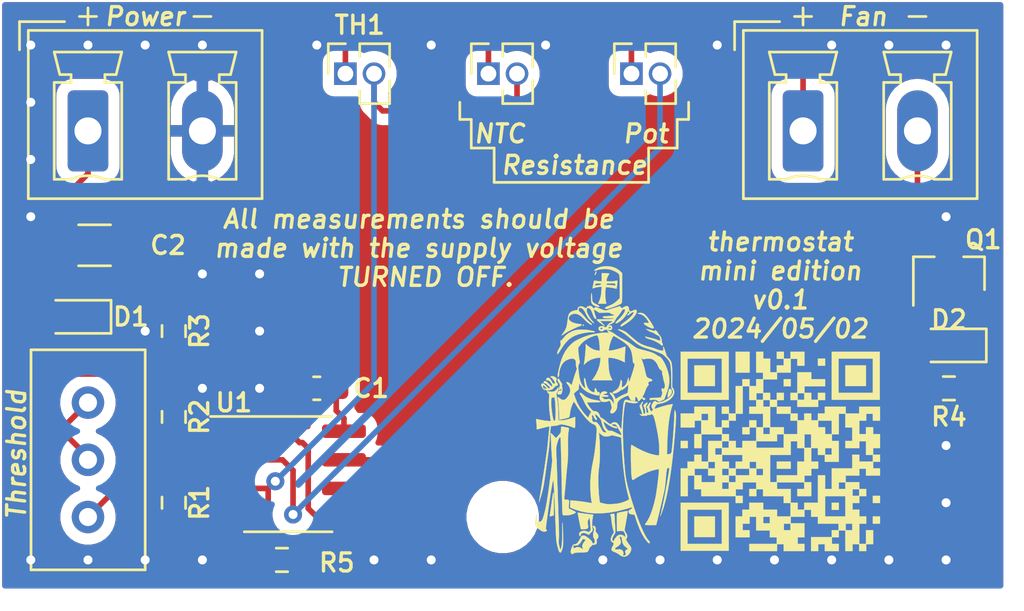
<source format=kicad_pcb>
(kicad_pcb (version 20171130) (host pcbnew "(5.1.12)-1")
  (title_block (title thermostat_mini) (date 2024-05-02) (rev v0.1) (company piro.tex))
  (layers (0 F.Cu signal) (31 B.Cu signal) (34 B.Paste user) (35 F.Paste user) (36 B.SilkS user) (37 F.SilkS user) (38 B.Mask user) (39 F.Mask user) (44 Edge.Cuts user))
  (net 0 "")
  (net 1 GND)
  (net 2 VDD)
  (net 3 "Net-(J2-Pad2)")
  (net 4 "Net-(J3-Pad2)")
  (net 5 "Net-(J4-Pad2)")
  (net 6 "Net-(D1-Pad1)")
  (net 7 "Net-(D2-Pad2)")
  (net 8 "Net-(D2-Pad1)")
  (net 9 "Net-(R5-Pad2)")
  (module mine:knight_10x13mm (layer F.Cu) (at 132.207 84.836)
    (fp_text reference G*** hide)
    (fp_text value LOGO hide)
  )
  (module mine:qr_code (layer F.Cu) (at 139.954 86.614)
    (fp_text reference G*** hide)
    (fp_text value LOGO hide)
  )
  (module MountingHole:MountingHole_2.2mm_M2 (layer F.Cu) (at 127.635 89.535)
    (fp_text reference REF** hide)
    (fp_text value MountingHole_2.2mm_M2)
    (pad 1 np_thru_hole circle (at 0 0) (size 2.2 2.2) (drill 2.2) (layers *.Cu *.Mask))
  )
  (module Resistor_SMD:R_0603_1608Metric_Pad0.98x0.95mm_HandSolder (layer F.Cu) (at 147.447 83.82)
    (fp_text reference R4 (at 0 1.27) (layer F.SilkS) (effects (font (size 0.8 0.8))))
    (fp_text value 1k)
    (pad 1 smd roundrect (at -0.9125 0) (size 0.975 0.95) (layers F.Cu F.Paste F.Mask) (net 1 GND))
    (pad 2 smd roundrect (at 0.9125 0) (size 0.975 0.95) (layers F.Cu F.Paste F.Mask) (net 8 "Net-(D2-Pad1)"))
  )
  (module Resistor_SMD:R_0603_1608Metric_Pad0.98x0.95mm_HandSolder (layer F.Cu) (at 113.03 81.28 270)
    (fp_text reference R3 (at 0 -1.143 90) (layer F.SilkS) (effects (font (size 0.8 0.8))))
    (fp_text value 1k)
    (pad 1 smd roundrect (at -0.9125 0 270) (size 0.975 0.95) (layers F.Cu F.Paste F.Mask) (net 1 GND))
    (pad 2 smd roundrect (at 0.9125 0 270) (size 0.975 0.95) (layers F.Cu F.Paste F.Mask) (net 6 "Net-(D1-Pad1)"))
  )
  (module LED_SMD:LED_0603_1608Metric_Pad1.05x0.95mm_HandSolder (layer F.Cu) (at 147.447 81.915 180)
    (fp_text reference D2 (at 0 1.143) (layer F.SilkS) (effects (font (size 0.8 0.8))))
    (fp_text value LED)
    (pad 1 smd roundrect (at -0.875 0 180) (size 1.05 0.95) (layers F.Cu F.Paste F.Mask) (net 8 "Net-(D2-Pad1)"))
    (pad 2 smd roundrect (at 0.875 0 180) (size 1.05 0.95) (layers F.Cu F.Paste F.Mask) (net 7 "Net-(D2-Pad2)"))
  )
  (module LED_SMD:LED_0603_1608Metric_Pad1.05x0.95mm_HandSolder (layer F.Cu) (at 108.585 80.645 180)
    (fp_text reference D1 (at -2.54 0) (layer F.SilkS) (effects (font (size 0.8 0.8))))
    (fp_text value LED)
    (pad 1 smd roundrect (at -0.875 0 180) (size 1.05 0.95) (layers F.Cu F.Paste F.Mask) (net 6 "Net-(D1-Pad1)"))
    (pad 2 smd roundrect (at 0.875 0 180) (size 1.05 0.95) (layers F.Cu F.Paste F.Mask) (net 2 VDD))
  )
  (module Package_SO:SOIC-8_3.9x4.9mm_P1.27mm (layer F.Cu) (at 118.11 87.63)
    (fp_text reference U1 (at -2.413 -3.175) (layer F.SilkS) (effects (font (size 0.8 0.8))))
    (fp_text value LM2904)
    (pad 1 smd rect (at -2.475 -1.905) (size 1.95 0.6) (layers F.Cu F.Paste F.Mask) (net 9 "Net-(R5-Pad2)"))
    (pad 2 smd roundrect (at -2.475 -0.635) (size 1.95 0.6) (layers F.Cu F.Paste F.Mask) (net 4 "Net-(J3-Pad2)"))
    (pad 3 smd roundrect (at -2.475 0.635) (size 1.95 0.6) (layers F.Cu F.Paste F.Mask) (net 3 "Net-(J2-Pad2)"))
    (pad 4 smd roundrect (at -2.475 1.905) (size 1.95 0.6) (layers F.Cu F.Paste F.Mask) (net 1 GND))
    (pad 5 smd roundrect (at 2.475 1.905) (size 1.95 0.6) (layers F.Cu F.Paste F.Mask) (net 9 "Net-(R5-Pad2)"))
    (pad 6 smd roundrect (at 2.475 0.635) (size 1.95 0.6) (layers F.Cu F.Paste F.Mask) (net 7 "Net-(D2-Pad2)"))
    (pad 7 smd roundrect (at 2.475 -0.635) (size 1.95 0.6) (layers F.Cu F.Paste F.Mask) (net 7 "Net-(D2-Pad2)"))
    (pad 8 smd roundrect (at 2.475 -1.905) (size 1.95 0.6) (layers F.Cu F.Paste F.Mask) (net 2 VDD))
  )
  (module Connector_PinSocket_1.27mm:PinSocket_1x02_P1.27mm_Vertical (layer F.Cu) (at 120.65 69.85 90)
    (fp_text reference TH1 (at 2.159 0.635 180) (layer F.SilkS) (effects (font (size 0.8 0.8))))
    (fp_text value 1k)
    (pad 1 thru_hole rect (at 0 0 90) (size 1 1) (drill 0.7) (layers *.Cu *.Mask) (net 2 VDD))
    (pad 2 thru_hole oval (at 0 1.27 90) (size 1 1) (drill 0.7) (layers *.Cu *.Mask) (net 3 "Net-(J2-Pad2)"))
  )
  (module Potentiometer_THT:Potentiometer_Bourns_3296W_Vertical (layer F.Cu) (at 109.22 84.455 90)
    (fp_text reference RV1 hide)
    (fp_text value 1k)
    (pad 1 thru_hole circle (at 0 0 90) (size 1.44 1.44) (drill 0.8) (layers *.Cu *.Mask) (net 2 VDD))
    (pad 2 thru_hole circle (at -2.54 0 90) (size 1.44 1.44) (drill 0.8) (layers *.Cu *.Mask) (net 2 VDD))
    (pad 3 thru_hole circle (at -5.08 0 90) (size 1.44 1.44) (drill 0.8) (layers *.Cu *.Mask) (net 4 "Net-(J3-Pad2)"))
  )
  (module Resistor_SMD:R_0603_1608Metric_Pad0.98x0.95mm_HandSolder (layer F.Cu) (at 117.8325 91.44)
    (fp_text reference R5 (at 2.4365 0.127) (layer F.SilkS) (effects (font (size 0.8 0.8))))
    (fp_text value 100k)
    (pad 1 smd roundrect (at -0.9125 0) (size 0.975 0.95) (layers F.Cu F.Paste F.Mask) (net 3 "Net-(J2-Pad2)"))
    (pad 2 smd roundrect (at 0.9125 0) (size 0.975 0.95) (layers F.Cu F.Paste F.Mask) (net 9 "Net-(R5-Pad2)"))
  )
  (module Resistor_SMD:R_0603_1608Metric_Pad0.98x0.95mm_HandSolder (layer F.Cu) (at 113.03 85.09 90)
    (fp_text reference R2 (at 0 1.143 90) (layer F.SilkS) (effects (font (size 0.8 0.8))))
    (fp_text value 1k)
    (pad 1 smd roundrect (at -0.9125 0 90) (size 0.975 0.95) (layers F.Cu F.Paste F.Mask) (net 4 "Net-(J3-Pad2)"))
    (pad 2 smd roundrect (at 0.9125 0 90) (size 0.975 0.95) (layers F.Cu F.Paste F.Mask) (net 1 GND))
  )
  (module Resistor_SMD:R_0603_1608Metric_Pad0.98x0.95mm_HandSolder (layer F.Cu) (at 113.03 88.9 270)
    (fp_text reference R1 (at 0 -1.143 90) (layer F.SilkS) (effects (font (size 0.8 0.8))))
    (fp_text value 1k)
    (pad 1 smd roundrect (at -0.9125 0 270) (size 0.975 0.95) (layers F.Cu F.Paste F.Mask) (net 3 "Net-(J2-Pad2)"))
    (pad 2 smd roundrect (at 0.9125 0 270) (size 0.975 0.95) (layers F.Cu F.Paste F.Mask) (net 1 GND))
  )
  (module Package_TO_SOT_SMD:SOT-23 (layer F.Cu) (at 147.447 78.74 90)
    (fp_text reference Q1 (at 1.524 1.524 180) (layer F.SilkS) (effects (font (size 0.8 0.8))))
    (fp_text value AO3400A)
    (pad 1 smd rect (at -1 -0.95 90) (size 0.9 0.8) (layers F.Cu F.Paste F.Mask) (net 7 "Net-(D2-Pad2)"))
    (pad 2 smd rect (at -1 0.95 90) (size 0.9 0.8) (layers F.Cu F.Paste F.Mask) (net 1 GND))
    (pad 3 smd rect (at 1 0 90) (size 0.9 0.8) (layers F.Cu F.Paste F.Mask) (net 5 "Net-(J4-Pad2)"))
  )
  (module Connector_Phoenix_MC_HighVoltage:PhoenixContact_MCV_1,5_2-G-5.08_1x02_P5.08mm_Vertical (layer F.Cu) (at 140.97 72.39)
    (fp_text reference J4 hide)
    (fp_text value Fan)
    (pad 1 thru_hole roundrect (at 0 0) (size 1.8 3.6) (drill 1.2) (layers *.Cu *.Mask) (roundrect_rratio 0.1388888888888889) (net 2 VDD))
    (pad 2 thru_hole oval (at 5.08 0) (size 1.8 3.6) (drill 1.2) (layers *.Cu *.Mask) (net 5 "Net-(J4-Pad2)"))
  )
  (module Connector_PinSocket_1.27mm:PinSocket_1x02_P1.27mm_Vertical (layer F.Cu) (at 133.35 69.85 90)
    (fp_text reference J3 hide)
    (fp_text value Pot)
    (pad 1 thru_hole rect (at 0 0 90) (size 1 1) (drill 0.7) (layers *.Cu *.Mask) (net 2 VDD))
    (pad 2 thru_hole oval (at 0 1.27 90) (size 1 1) (drill 0.7) (layers *.Cu *.Mask) (net 4 "Net-(J3-Pad2)"))
  )
  (module Connector_PinSocket_1.27mm:PinSocket_1x02_P1.27mm_Vertical (layer F.Cu) (at 127 69.85 90)
    (fp_text reference J2 hide)
    (fp_text value NTC)
    (pad 1 thru_hole rect (at 0 0 90) (size 1 1) (drill 0.7) (layers *.Cu *.Mask) (net 2 VDD))
    (pad 2 thru_hole oval (at 0 1.27 90) (size 1 1) (drill 0.7) (layers *.Cu *.Mask) (net 3 "Net-(J2-Pad2)"))
  )
  (module Connector_Phoenix_MC_HighVoltage:PhoenixContact_MCV_1,5_2-G-5.08_1x02_P5.08mm_Vertical (layer F.Cu) (at 109.22 72.39)
    (fp_text reference J1 hide)
    (fp_text value Power)
    (pad 1 thru_hole roundrect (at 0 0) (size 1.8 3.6) (drill 1.2) (layers *.Cu *.Mask) (roundrect_rratio 0.1388888888888889) (net 2 VDD))
    (pad 2 thru_hole oval (at 5.08 0) (size 1.8 3.6) (drill 1.2) (layers *.Cu *.Mask) (net 1 GND))
  )
  (module Capacitor_SMD:C_1206_3216Metric_Pad1.33x1.80mm_HandSolder (layer F.Cu) (at 109.5125 77.47)
    (fp_text reference C2 (at 3.2635 0) (layer F.SilkS) (effects (font (size 0.8 0.8))))
    (fp_text value 4.7u)
    (pad 1 smd roundrect (at -1.5625 0) (size 1.325 1.8) (layers F.Cu F.Paste F.Mask) (roundrect_rratio 0.1886784905660377) (net 2 VDD))
    (pad 2 smd roundrect (at 1.5625 0) (size 1.325 1.8) (layers F.Cu F.Paste F.Mask) (roundrect_rratio 0.1886784905660377) (net 1 GND))
  )
  (module Capacitor_SMD:C_0603_1608Metric_Pad1.08x0.95mm_HandSolder (layer F.Cu) (at 119.38 83.82 180)
    (fp_text reference C1 (at -2.413 0) (layer F.SilkS) (effects (font (size 0.8 0.8))))
    (fp_text value 100n)
    (pad 1 smd roundrect (at -0.8625 0 180) (size 1.075 0.95) (layers F.Cu F.Paste F.Mask) (net 2 VDD))
    (pad 2 smd roundrect (at 0.8625 0 180) (size 1.075 0.95) (layers F.Cu F.Paste F.Mask) (net 1 GND))
  )
  (gr_line (start 135.89 71.882) (end 135.89 71.12) (layer F.SilkS) (width 0.12))
  (gr_line (start 135.382 71.882) (end 135.89 71.882) (layer F.SilkS) (width 0.12))
  (gr_line (start 135.382 73.152) (end 135.382 71.882) (layer F.SilkS) (width 0.12))
  (gr_line (start 134.112 73.152) (end 135.382 73.152) (layer F.SilkS) (width 0.12))
  (gr_line (start 134.112 74.676) (end 134.112 73.152) (layer F.SilkS) (width 0.12))
  (gr_line (start 127.254 74.676) (end 134.112 74.676) (layer F.SilkS) (width 0.12))
  (gr_line (start 127.254 73.152) (end 127.254 74.676) (layer F.SilkS) (width 0.12))
  (gr_line (start 126.238 73.152) (end 127.254 73.152) (layer F.SilkS) (width 0.12))
  (gr_line (start 126.238 71.882) (end 126.238 73.152) (layer F.SilkS) (width 0.12))
  (gr_line (start 125.73 71.882) (end 126.238 71.882) (layer F.SilkS) (width 0.12))
  (gr_line (start 125.73 71.12) (end 125.73 71.882) (layer F.SilkS) (width 0.12))
  (gr_text Pot (at 133.985 72.517) (layer F.SilkS) (effects (font (size 0.8 0.8) (thickness 0.15) italic)))
  (gr_text NTC (at 127.508 72.517) (layer F.SilkS) (effects (font (size 0.8 0.8) (thickness 0.15) italic)))
  (gr_text Resistance (at 130.81 73.914) (layer F.SilkS) (effects (font (size 0.8 0.8) (thickness 0.15) italic)))
  (gr_text "All measurements should be \nmade with the supply voltage \nTURNED OFF." (at 124.206 77.597) (layer F.SilkS) (effects (font (size 0.8 0.8) (thickness 0.15) italic)))
  (gr_text Fan (at 143.637 67.31) (layer F.SilkS) (effects (font (size 0.8 0.8) (thickness 0.15) italic)))
  (gr_line (start 140.97 66.929) (end 140.97 67.691) (layer F.SilkS) (width 0.12))
  (gr_line (start 145.669 67.31) (end 146.431 67.31) (layer F.SilkS) (width 0.12))
  (gr_line (start 140.589 67.31) (end 141.351 67.31) (layer F.SilkS) (width 0.12))
  (gr_line (start 113.919 67.31) (end 114.681 67.31) (layer F.SilkS) (width 0.12))
  (gr_line (start 108.839 67.31) (end 109.601 67.31) (layer F.SilkS) (width 0.12))
  (gr_line (start 109.22 66.929) (end 109.22 67.691) (layer F.SilkS) (width 0.12))
  (gr_text Power (at 111.76 67.31) (layer F.SilkS) (effects (font (size 0.8 0.8) (thickness 0.15) italic)))
  (gr_text Threshold (at 106.045 86.741 90) (layer F.SilkS) (effects (font (size 0.8 0.8) (thickness 0.15) italic)))
  (gr_text "thermostat\nmini edition\nv0.1\n2024/05/02" (at 139.954 79.248) (layer F.SilkS) (effects (font (size 0.8 0.8) (thickness 0.15) italic)))
  (via (at 132.08 91.44) (size 0.8) (drill 0.4) (layers F.Cu B.Cu) (net 1))
  (via (at 134.62 91.44) (size 0.8) (drill 0.4) (layers F.Cu B.Cu) (net 1))
  (via (at 137.16 91.44) (size 0.8) (drill 0.4) (layers F.Cu B.Cu) (net 1))
  (via (at 139.7 91.44) (size 0.8) (drill 0.4) (layers F.Cu B.Cu) (net 1))
  (via (at 142.24 91.44) (size 0.8) (drill 0.4) (layers F.Cu B.Cu) (net 1))
  (via (at 144.78 91.44) (size 0.8) (drill 0.4) (layers F.Cu B.Cu) (net 1))
  (via (at 147.32 91.44) (size 0.8) (drill 0.4) (layers F.Cu B.Cu) (net 1))
  (via (at 147.32 88.9) (size 0.8) (drill 0.4) (layers F.Cu B.Cu) (net 1))
  (via (at 147.32 86.36) (size 0.8) (drill 0.4) (layers F.Cu B.Cu) (net 1))
  (via (at 147.32 76.2) (size 0.8) (drill 0.4) (layers F.Cu B.Cu) (net 1))
  (via (at 147.32 68.58) (size 0.8) (drill 0.4) (layers F.Cu B.Cu) (net 1))
  (via (at 144.78 68.58) (size 0.8) (drill 0.4) (layers F.Cu B.Cu) (net 1))
  (via (at 142.24 68.58) (size 0.8) (drill 0.4) (layers F.Cu B.Cu) (net 1))
  (via (at 137.16 68.58) (size 0.8) (drill 0.4) (layers F.Cu B.Cu) (net 1))
  (via (at 129.54 68.58) (size 0.8) (drill 0.4) (layers F.Cu B.Cu) (net 1))
  (via (at 124.46 68.58) (size 0.8) (drill 0.4) (layers F.Cu B.Cu) (net 1))
  (via (at 119.38 68.58) (size 0.8) (drill 0.4) (layers F.Cu B.Cu) (net 1))
  (via (at 114.3 68.58) (size 0.8) (drill 0.4) (layers F.Cu B.Cu) (net 1))
  (via (at 111.76 68.58) (size 0.8) (drill 0.4) (layers F.Cu B.Cu) (net 1))
  (via (at 109.22 68.58) (size 0.8) (drill 0.4) (layers F.Cu B.Cu) (net 1))
  (via (at 106.68 68.58) (size 0.8) (drill 0.4) (layers F.Cu B.Cu) (net 1))
  (via (at 106.68 71.12) (size 0.8) (drill 0.4) (layers F.Cu B.Cu) (net 1))
  (via (at 106.68 73.66) (size 0.8) (drill 0.4) (layers F.Cu B.Cu) (net 1))
  (via (at 106.68 76.2) (size 0.8) (drill 0.4) (layers F.Cu B.Cu) (net 1))
  (via (at 106.68 91.44) (size 0.8) (drill 0.4) (layers F.Cu B.Cu) (net 1))
  (via (at 109.22 91.44) (size 0.8) (drill 0.4) (layers F.Cu B.Cu) (net 1))
  (via (at 111.76 91.44) (size 0.8) (drill 0.4) (layers F.Cu B.Cu) (net 1))
  (via (at 114.3 91.44) (size 0.8) (drill 0.4) (layers F.Cu B.Cu) (net 1))
  (via (at 114.3 78.74) (size 0.8) (drill 0.4) (layers F.Cu B.Cu) (net 1))
  (via (at 111.76 81.28) (size 0.8) (drill 0.4) (layers F.Cu B.Cu) (net 1))
  (via (at 114.3 83.82) (size 0.8) (drill 0.4) (layers F.Cu B.Cu) (net 1))
  (via (at 116.84 83.82) (size 0.8) (drill 0.4) (layers F.Cu B.Cu) (net 1))
  (via (at 116.84 81.28) (size 0.8) (drill 0.4) (layers F.Cu B.Cu) (net 1))
  (via (at 116.84 78.74) (size 0.8) (drill 0.4) (layers F.Cu B.Cu) (net 1))
  (via (at 124.46 91.44) (size 0.8) (drill 0.4) (layers F.Cu B.Cu) (net 1))
  (via (at 121.92 91.44) (size 0.8) (drill 0.4) (layers F.Cu B.Cu) (net 1))
  (segment (start 109.22 72.39) (end 109.22 74.295) (width 0.25) (layer F.Cu) (net 2))
  (segment (start 107.95 75.565) (end 107.95 77.47) (width 0.25) (layer F.Cu) (net 2))
  (segment (start 109.22 74.295) (end 107.95 75.565) (width 0.25) (layer F.Cu) (net 2))
  (segment (start 107.71 79.742) (end 107.71 80.645) (width 0.25) (layer F.Cu) (net 2))
  (segment (start 107.95 79.502) (end 107.71 79.742) (width 0.25) (layer F.Cu) (net 2))
  (segment (start 107.95 77.47) (end 107.95 78.486) (width 0.25) (layer F.Cu) (net 2))
  (segment (start 109.22 86.868) (end 109.22 86.995) (width 0.25) (layer F.Cu) (net 2))
  (segment (start 107.95 78.486) (end 106.426 80.01) (width 0.25) (layer F.Cu) (net 2))
  (segment (start 107.95 85.598) (end 108.077 85.598) (width 0.25) (layer F.Cu) (net 2))
  (segment (start 106.426 84.074) (end 107.95 85.598) (width 0.25) (layer F.Cu) (net 2))
  (segment (start 108.077 85.598) (end 109.22 84.455) (width 0.25) (layer F.Cu) (net 2))
  (segment (start 107.95 85.598) (end 109.22 86.868) (width 0.25) (layer F.Cu) (net 2))
  (segment (start 106.426 80.01) (end 106.426 81.026) (width 0.25) (layer F.Cu) (net 2))
  (segment (start 106.426 81.026) (end 106.426 84.074) (width 0.25) (layer F.Cu) (net 2))
  (segment (start 120.2425 83.82) (end 120.2425 84.8095) (width 0.25) (layer F.Cu) (net 2))
  (segment (start 120.585 85.152) (end 120.585 85.725) (width 0.25) (layer F.Cu) (net 2))
  (segment (start 120.2425 84.8095) (end 120.585 85.152) (width 0.25) (layer F.Cu) (net 2))
  (segment (start 107.95 78.486) (end 107.95 79.248) (width 0.25) (layer F.Cu) (net 2))
  (segment (start 107.95 79.248) (end 107.95 79.502) (width 0.25) (layer F.Cu) (net 2))
  (segment (start 140.97 69.85) (end 140.97 72.39) (width 0.25) (layer F.Cu) (net 2))
  (segment (start 138.938 67.818) (end 140.97 69.85) (width 0.25) (layer F.Cu) (net 2))
  (segment (start 133.35 68.707) (end 132.461 67.818) (width 0.25) (layer F.Cu) (net 2))
  (segment (start 133.35 69.85) (end 133.35 68.707) (width 0.25) (layer F.Cu) (net 2))
  (segment (start 132.461 67.818) (end 138.938 67.818) (width 0.25) (layer F.Cu) (net 2))
  (segment (start 127 68.326) (end 126.492 67.818) (width 0.25) (layer F.Cu) (net 2))
  (segment (start 127 69.85) (end 127 68.326) (width 0.25) (layer F.Cu) (net 2))
  (segment (start 126.492 67.818) (end 132.461 67.818) (width 0.25) (layer F.Cu) (net 2))
  (segment (start 120.65 68.58) (end 119.888 67.818) (width 0.25) (layer F.Cu) (net 2))
  (segment (start 120.65 69.85) (end 120.65 68.58) (width 0.25) (layer F.Cu) (net 2))
  (segment (start 119.888 67.818) (end 126.492 67.818) (width 0.25) (layer F.Cu) (net 2))
  (segment (start 118.11 67.818) (end 119.888 67.818) (width 0.25) (layer F.Cu) (net 2))
  (segment (start 117.221 74.549) (end 117.221 68.707) (width 0.25) (layer F.Cu) (net 2))
  (segment (start 112.522 79.248) (end 117.221 74.549) (width 0.25) (layer F.Cu) (net 2))
  (segment (start 117.221 68.707) (end 118.11 67.818) (width 0.25) (layer F.Cu) (net 2))
  (segment (start 107.95 79.248) (end 112.522 79.248) (width 0.25) (layer F.Cu) (net 2))
  (segment (start 119.507 82.423) (end 120.2425 83.1585) (width 0.25) (layer F.Cu) (net 2))
  (segment (start 114.623998 82.423) (end 119.507 82.423) (width 0.25) (layer F.Cu) (net 2))
  (segment (start 113.861998 83.185) (end 114.623998 82.423) (width 0.25) (layer F.Cu) (net 2))
  (segment (start 107.823 83.185) (end 113.861998 83.185) (width 0.25) (layer F.Cu) (net 2))
  (segment (start 120.2425 83.1585) (end 120.2425 83.82) (width 0.25) (layer F.Cu) (net 2))
  (segment (start 106.426 81.788) (end 107.823 83.185) (width 0.25) (layer F.Cu) (net 2))
  (segment (start 106.426 81.026) (end 106.426 81.788) (width 0.25) (layer F.Cu) (net 2))
  (segment (start 113.03 87.9875) (end 113.8955 87.9875) (width 0.25) (layer F.Cu) (net 3))
  (segment (start 114.173 88.265) (end 115.635 88.265) (width 0.25) (layer F.Cu) (net 3))
  (segment (start 113.8955 87.9875) (end 114.173 88.265) (width 0.25) (layer F.Cu) (net 3))
  (segment (start 117.221 88.265) (end 115.635 88.265) (width 0.25) (layer F.Cu) (net 3))
  (segment (start 121.92 69.85) (end 121.92 71.12) (width 0.25) (layer F.Cu) (net 3))
  (segment (start 121.92 71.12) (end 122.301 71.501) (width 0.25) (layer F.Cu) (net 3))
  (segment (start 122.301 71.501) (end 127.889 71.501) (width 0.25) (layer F.Cu) (net 3))
  (segment (start 128.27 71.12) (end 128.27 69.85) (width 0.25) (layer F.Cu) (net 3))
  (segment (start 127.889 71.501) (end 128.27 71.12) (width 0.25) (layer F.Cu) (net 3))
  (segment (start 117.221 90.043) (end 117.221 88.265) (width 0.25) (layer F.Cu) (net 3))
  (segment (start 116.92 90.344) (end 117.221 90.043) (width 0.25) (layer F.Cu) (net 3))
  (segment (start 116.92 91.44) (end 116.92 90.344) (width 0.25) (layer F.Cu) (net 3))
  (segment (start 121.92 83.566) (end 117.5385 87.9475) (width 0.25) (layer B.Cu) (net 3))
  (segment (start 117.221 88.265) (end 117.5385 87.9475) (width 0.25) (layer F.Cu) (net 3))
  (segment (start 121.92 69.85) (end 121.92 83.566) (width 0.25) (layer B.Cu) (net 3))
  (via (at 117.5385 87.9475) (size 0.8) (drill 0.4) (layers F.Cu B.Cu) (net 3))
  (segment (start 109.22 89.535) (end 111.76 86.995) (width 0.25) (layer F.Cu) (net 4))
  (segment (start 111.76 86.995) (end 115.635 86.995) (width 0.25) (layer F.Cu) (net 4))
  (segment (start 112.7525 86.0025) (end 111.76 86.995) (width 0.25) (layer F.Cu) (net 4))
  (segment (start 113.03 86.0025) (end 112.7525 86.0025) (width 0.25) (layer F.Cu) (net 4))
  (segment (start 134.62 69.85) (end 134.62 73.129107) (width 0.25) (layer B.Cu) (net 4))
  (segment (start 134.62 73.129107) (end 118.325845 89.423262) (width 0.25) (layer B.Cu) (net 4))
  (via (at 118.325845 89.423262) (size 0.8) (drill 0.4) (layers F.Cu B.Cu) (net 4))
  (segment (start 118.325845 87.464845) (end 118.325845 89.423262) (width 0.25) (layer F.Cu) (net 4))
  (segment (start 117.856 86.995) (end 118.325845 87.464845) (width 0.25) (layer F.Cu) (net 4))
  (segment (start 115.635 86.995) (end 117.856 86.995) (width 0.25) (layer F.Cu) (net 4))
  (segment (start 147.447 77.74) (end 146.701 77.74) (width 0.25) (layer F.Cu) (net 5))
  (segment (start 146.05 77.089) (end 146.05 72.39) (width 0.25) (layer F.Cu) (net 5))
  (segment (start 146.701 77.74) (end 146.05 77.089) (width 0.25) (layer F.Cu) (net 5))
  (segment (start 109.46 80.645) (end 109.46 81.52) (width 0.25) (layer F.Cu) (net 6))
  (segment (start 110.1325 82.1925) (end 113.03 82.1925) (width 0.25) (layer F.Cu) (net 6))
  (segment (start 109.46 81.52) (end 110.1325 82.1925) (width 0.25) (layer F.Cu) (net 6))
  (segment (start 122.174 86.995) (end 120.585 86.995) (width 0.25) (layer F.Cu) (net 7))
  (segment (start 122.428 87.249) (end 122.174 86.995) (width 0.25) (layer F.Cu) (net 7))
  (segment (start 122.428 87.503) (end 122.428 87.249) (width 0.25) (layer F.Cu) (net 7))
  (segment (start 122.428 88.011) (end 122.428 87.503) (width 0.25) (layer F.Cu) (net 7))
  (segment (start 122.174 88.265) (end 122.428 88.011) (width 0.25) (layer F.Cu) (net 7))
  (segment (start 120.585 88.265) (end 122.174 88.265) (width 0.25) (layer F.Cu) (net 7))
  (segment (start 126.111 86.487) (end 143.383 86.487) (width 0.25) (layer F.Cu) (net 7))
  (segment (start 124.587 88.011) (end 126.111 86.487) (width 0.25) (layer F.Cu) (net 7))
  (segment (start 145.161 84.709) (end 145.161 82.931) (width 0.25) (layer F.Cu) (net 7))
  (segment (start 143.383 86.487) (end 145.161 84.709) (width 0.25) (layer F.Cu) (net 7))
  (segment (start 122.936 88.011) (end 124.587 88.011) (width 0.25) (layer F.Cu) (net 7))
  (segment (start 122.428 87.503) (end 122.936 88.011) (width 0.25) (layer F.Cu) (net 7))
  (segment (start 146.177 81.915) (end 145.161 82.931) (width 0.25) (layer F.Cu) (net 7))
  (segment (start 146.572 81.915) (end 146.177 81.915) (width 0.25) (layer F.Cu) (net 7))
  (segment (start 145.812 79.74) (end 146.497 79.74) (width 0.25) (layer F.Cu) (net 7))
  (segment (start 145.161 80.391) (end 145.812 79.74) (width 0.25) (layer F.Cu) (net 7))
  (segment (start 145.161 82.931) (end 145.161 80.391) (width 0.25) (layer F.Cu) (net 7))
  (segment (start 148.322 83.7825) (end 148.3595 83.82) (width 0.25) (layer F.Cu) (net 8))
  (segment (start 148.322 81.915) (end 148.322 83.7825) (width 0.25) (layer F.Cu) (net 8))
  (segment (start 118.745 91.44) (end 120.142 91.44) (width 0.25) (layer F.Cu) (net 9))
  (segment (start 120.585 90.997) (end 120.585 89.535) (width 0.25) (layer F.Cu) (net 9))
  (segment (start 120.142 91.44) (end 120.585 90.997) (width 0.25) (layer F.Cu) (net 9))
  (segment (start 119.38 89.535) (end 120.585 89.535) (width 0.25) (layer F.Cu) (net 9))
  (segment (start 118.999 86.48559) (end 118.999 89.154) (width 0.25) (layer F.Cu) (net 9))
  (segment (start 118.74641 86.233) (end 118.999 86.48559) (width 0.25) (layer F.Cu) (net 9))
  (segment (start 118.618 86.233) (end 118.74641 86.233) (width 0.25) (layer F.Cu) (net 9))
  (segment (start 118.11 85.725) (end 118.618 86.233) (width 0.25) (layer F.Cu) (net 9))
  (segment (start 118.999 89.154) (end 119.38 89.535) (width 0.25) (layer F.Cu) (net 9))
  (segment (start 115.635 85.725) (end 118.11 85.725) (width 0.25) (layer F.Cu) (net 9))
  (zone (net 1) (net_name GND) (layer F.Cu) (connect_pads (clearance 0.508)) (min_thickness 0.254) (fill yes (arc_segments 32) (thermal_gap 0.508) (thermal_bridge_width 0.508))
    (polygon (pts (xy 149.86 92.71) (xy 105.41 92.71) (xy 105.41 66.675) (xy 149.86 66.675)))
  )
  (zone (net 1) (net_name GND) (layer B.Cu) (connect_pads (clearance 0.508)) (min_thickness 0.254) (fill yes (arc_segments 32) (thermal_gap 0.508) (thermal_bridge_width 0.508))
    (polygon (pts (xy 149.86 92.71) (xy 105.41 92.71) (xy 105.41 66.675) (xy 149.86 66.675)))
  )
)
</source>
